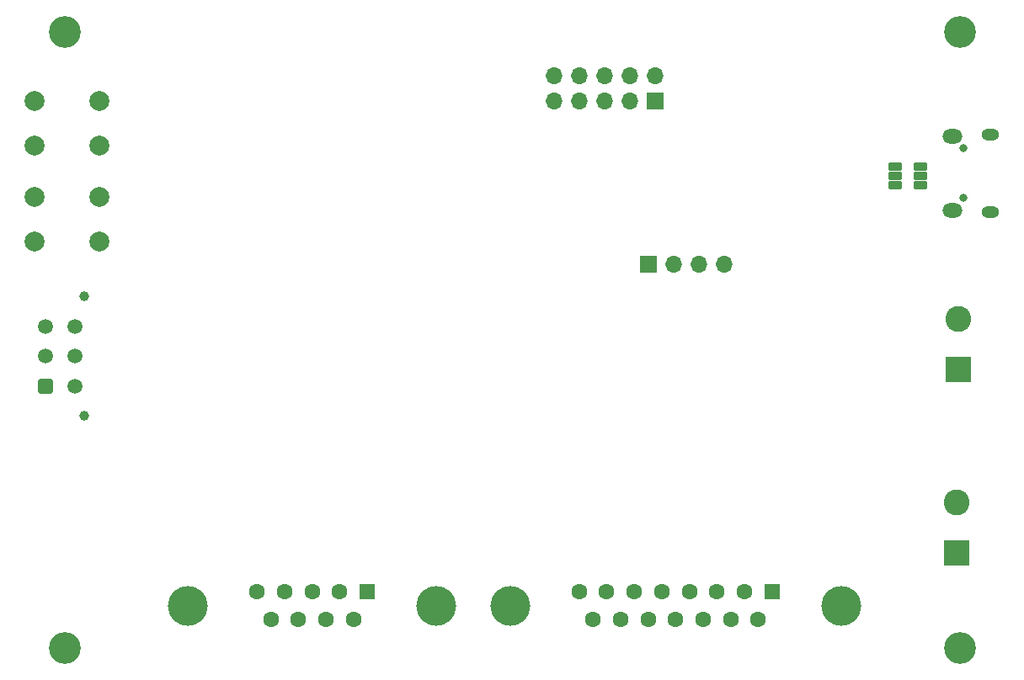
<source format=gbs>
G04 #@! TF.GenerationSoftware,KiCad,Pcbnew,7.0.9*
G04 #@! TF.CreationDate,2023-11-28T23:55:51-07:00*
G04 #@! TF.ProjectId,Fuel_Cell_Controller_Prototype,4675656c-5f43-4656-9c6c-5f436f6e7472,V1.0*
G04 #@! TF.SameCoordinates,Original*
G04 #@! TF.FileFunction,Soldermask,Bot*
G04 #@! TF.FilePolarity,Negative*
%FSLAX46Y46*%
G04 Gerber Fmt 4.6, Leading zero omitted, Abs format (unit mm)*
G04 Created by KiCad (PCBNEW 7.0.9) date 2023-11-28 23:55:51*
%MOMM*%
%LPD*%
G01*
G04 APERTURE LIST*
G04 Aperture macros list*
%AMRoundRect*
0 Rectangle with rounded corners*
0 $1 Rounding radius*
0 $2 $3 $4 $5 $6 $7 $8 $9 X,Y pos of 4 corners*
0 Add a 4 corners polygon primitive as box body*
4,1,4,$2,$3,$4,$5,$6,$7,$8,$9,$2,$3,0*
0 Add four circle primitives for the rounded corners*
1,1,$1+$1,$2,$3*
1,1,$1+$1,$4,$5*
1,1,$1+$1,$6,$7*
1,1,$1+$1,$8,$9*
0 Add four rect primitives between the rounded corners*
20,1,$1+$1,$2,$3,$4,$5,0*
20,1,$1+$1,$4,$5,$6,$7,0*
20,1,$1+$1,$6,$7,$8,$9,0*
20,1,$1+$1,$8,$9,$2,$3,0*%
G04 Aperture macros list end*
%ADD10C,3.200000*%
%ADD11C,2.000000*%
%ADD12R,2.600000X2.600000*%
%ADD13C,2.600000*%
%ADD14R,1.700000X1.700000*%
%ADD15O,1.700000X1.700000*%
%ADD16C,1.000000*%
%ADD17RoundRect,0.250001X0.499999X-0.499999X0.499999X0.499999X-0.499999X0.499999X-0.499999X-0.499999X0*%
%ADD18C,1.500000*%
%ADD19C,4.000000*%
%ADD20R,1.600000X1.600000*%
%ADD21C,1.600000*%
%ADD22O,0.800000X0.800000*%
%ADD23O,1.800000X1.150000*%
%ADD24O,2.000000X1.450000*%
%ADD25RoundRect,0.143300X-0.563700X-0.253700X0.563700X-0.253700X0.563700X0.253700X-0.563700X0.253700X0*%
G04 APERTURE END LIST*
D10*
X194000000Y-131000000D03*
X104000000Y-131000000D03*
D11*
X100890000Y-75982000D03*
X107390000Y-75982000D03*
X100890000Y-80482000D03*
X107390000Y-80482000D03*
D12*
X193802000Y-102997000D03*
D13*
X193802000Y-97917000D03*
D14*
X162636200Y-92431000D03*
D15*
X165176200Y-92431000D03*
X167716200Y-92431000D03*
X170256200Y-92431000D03*
D10*
X104000000Y-69000000D03*
X194000000Y-69000000D03*
D16*
X105926500Y-107653500D03*
X105926500Y-95653500D03*
D17*
X101986500Y-104653500D03*
D18*
X101986500Y-101653500D03*
X101986500Y-98653500D03*
X104986500Y-104653500D03*
X104986500Y-101653500D03*
X104986500Y-98653500D03*
D19*
X148710000Y-126750000D03*
X182010000Y-126750000D03*
D20*
X175055000Y-125330000D03*
D21*
X172285000Y-125330000D03*
X169515000Y-125330000D03*
X166745000Y-125330000D03*
X163975000Y-125330000D03*
X161205000Y-125330000D03*
X158435000Y-125330000D03*
X155665000Y-125330000D03*
X173670000Y-128170000D03*
X170900000Y-128170000D03*
X168130000Y-128170000D03*
X165360000Y-128170000D03*
X162590000Y-128170000D03*
X159820000Y-128170000D03*
X157050000Y-128170000D03*
D19*
X116314000Y-126750000D03*
X141314000Y-126750000D03*
D20*
X134354000Y-125330000D03*
D21*
X131584000Y-125330000D03*
X128814000Y-125330000D03*
X126044000Y-125330000D03*
X123274000Y-125330000D03*
X132969000Y-128170000D03*
X130199000Y-128170000D03*
X127429000Y-128170000D03*
X124659000Y-128170000D03*
D22*
X194272000Y-85747000D03*
X194272000Y-80747000D03*
D23*
X197022000Y-87122000D03*
D24*
X193222000Y-86972000D03*
X193222000Y-79522000D03*
D23*
X197022000Y-79372000D03*
D12*
X193599000Y-121417000D03*
D13*
X193599000Y-116337000D03*
D11*
X100890000Y-85634000D03*
X107390000Y-85634000D03*
X100890000Y-90134000D03*
X107390000Y-90134000D03*
D14*
X163322000Y-75946000D03*
D15*
X163322000Y-73406000D03*
X160782000Y-75946000D03*
X160782000Y-73406000D03*
X158242000Y-75946000D03*
X158242000Y-73406000D03*
X155702000Y-75946000D03*
X155702000Y-73406000D03*
X153162000Y-75946000D03*
X153162000Y-73406000D03*
D25*
X187467000Y-84451000D03*
X187467000Y-83501000D03*
X187467000Y-82551000D03*
X189977000Y-82551000D03*
X189977000Y-83501000D03*
X189977000Y-84451000D03*
M02*

</source>
